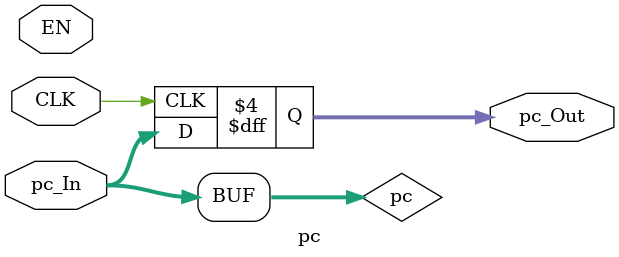
<source format=v>
`timescale 1ns / 1ps

module pc # (  parameter WL = 32 )
(
    input CLK, EN,
    input [WL - 1 : 0] pc_In,
    output reg [WL - 1 : 0] pc_Out
);
    reg [WL - 1 : 0] pc;
    always @ (*) pc = pc_In;
    
    initial pc_Out <= 0;
    always @ (posedge CLK) pc_Out <= pc_In;
endmodule

</source>
